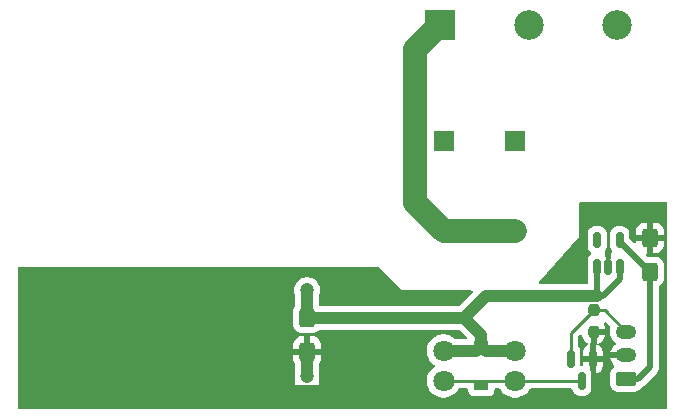
<source format=gbr>
%TF.GenerationSoftware,KiCad,Pcbnew,9.0.1*%
%TF.CreationDate,2025-04-26T14:19:40+02:00*%
%TF.ProjectId,pwr_sply,7077725f-7370-46c7-992e-6b696361645f,rev?*%
%TF.SameCoordinates,Original*%
%TF.FileFunction,Copper,L2,Bot*%
%TF.FilePolarity,Positive*%
%FSLAX46Y46*%
G04 Gerber Fmt 4.6, Leading zero omitted, Abs format (unit mm)*
G04 Created by KiCad (PCBNEW 9.0.1) date 2025-04-26 14:19:40*
%MOMM*%
%LPD*%
G01*
G04 APERTURE LIST*
G04 Aperture macros list*
%AMRoundRect*
0 Rectangle with rounded corners*
0 $1 Rounding radius*
0 $2 $3 $4 $5 $6 $7 $8 $9 X,Y pos of 4 corners*
0 Add a 4 corners polygon primitive as box body*
4,1,4,$2,$3,$4,$5,$6,$7,$8,$9,$2,$3,0*
0 Add four circle primitives for the rounded corners*
1,1,$1+$1,$2,$3*
1,1,$1+$1,$4,$5*
1,1,$1+$1,$6,$7*
1,1,$1+$1,$8,$9*
0 Add four rect primitives between the rounded corners*
20,1,$1+$1,$2,$3,$4,$5,0*
20,1,$1+$1,$4,$5,$6,$7,0*
20,1,$1+$1,$6,$7,$8,$9,0*
20,1,$1+$1,$8,$9,$2,$3,0*%
G04 Aperture macros list end*
%TA.AperFunction,ComponentPad*%
%ADD10R,1.800000X1.800000*%
%TD*%
%TA.AperFunction,ComponentPad*%
%ADD11C,1.800000*%
%TD*%
%TA.AperFunction,ComponentPad*%
%ADD12R,2.500000X2.500000*%
%TD*%
%TA.AperFunction,ComponentPad*%
%ADD13C,2.500000*%
%TD*%
%TA.AperFunction,ComponentPad*%
%ADD14RoundRect,0.250000X0.625000X-0.350000X0.625000X0.350000X-0.625000X0.350000X-0.625000X-0.350000X0*%
%TD*%
%TA.AperFunction,ComponentPad*%
%ADD15O,1.750000X1.200000*%
%TD*%
%TA.AperFunction,SMDPad,CuDef*%
%ADD16R,1.200000X0.900000*%
%TD*%
%TA.AperFunction,SMDPad,CuDef*%
%ADD17RoundRect,0.250000X0.425000X-0.537500X0.425000X0.537500X-0.425000X0.537500X-0.425000X-0.537500X0*%
%TD*%
%TA.AperFunction,SMDPad,CuDef*%
%ADD18RoundRect,0.150000X-0.150000X0.587500X-0.150000X-0.587500X0.150000X-0.587500X0.150000X0.587500X0*%
%TD*%
%TA.AperFunction,SMDPad,CuDef*%
%ADD19RoundRect,0.237500X-0.237500X0.250000X-0.237500X-0.250000X0.237500X-0.250000X0.237500X0.250000X0*%
%TD*%
%TA.AperFunction,SMDPad,CuDef*%
%ADD20RoundRect,0.150000X0.150000X-0.512500X0.150000X0.512500X-0.150000X0.512500X-0.150000X-0.512500X0*%
%TD*%
%TA.AperFunction,SMDPad,CuDef*%
%ADD21RoundRect,0.250000X-0.425000X0.537500X-0.425000X-0.537500X0.425000X-0.537500X0.425000X0.537500X0*%
%TD*%
%TA.AperFunction,ViaPad*%
%ADD22C,1.200000*%
%TD*%
%TA.AperFunction,Conductor*%
%ADD23C,1.000000*%
%TD*%
%TA.AperFunction,Conductor*%
%ADD24C,0.500000*%
%TD*%
%TA.AperFunction,Conductor*%
%ADD25C,2.000000*%
%TD*%
%TA.AperFunction,Conductor*%
%ADD26C,0.250000*%
%TD*%
G04 APERTURE END LIST*
D10*
%TO.P,S2,1,OUT1*%
%TO.N,LINE*%
X92100000Y-84840000D03*
D11*
%TO.P,S2,2,OUT2*%
%TO.N,/pwr_out*%
X92100000Y-92460000D03*
%TO.P,S2,3,IN+*%
%TO.N,VCC*%
X92100000Y-102620000D03*
%TO.P,S2,4,IN-*%
%TO.N,Net-(D1-A)*%
X92100000Y-105160000D03*
%TD*%
D10*
%TO.P,S1,1,OUT1*%
%TO.N,LINE*%
X86050000Y-84840000D03*
D11*
%TO.P,S1,2,OUT2*%
%TO.N,/pwr_out*%
X86050000Y-92460000D03*
%TO.P,S1,3,IN+*%
%TO.N,VCC*%
X86050000Y-102620000D03*
%TO.P,S1,4,IN-*%
%TO.N,Net-(D1-A)*%
X86050000Y-105160000D03*
%TD*%
D12*
%TO.P,J1,1,Pin_1*%
%TO.N,/pwr_out*%
X85750000Y-75000000D03*
D13*
%TO.P,J1,2,Pin_2*%
%TO.N,NEUT*%
X93250000Y-75000000D03*
%TO.P,J1,3,Pin_3*%
%TO.N,LINE*%
X100750000Y-75000000D03*
%TD*%
D14*
%TO.P,J2,1,Pin_1*%
%TO.N,+3.3V*%
X101500000Y-105000000D03*
D15*
%TO.P,J2,2,Pin_2*%
%TO.N,GND*%
X101500000Y-103000000D03*
%TO.P,J2,3,Pin_3*%
%TO.N,/pwr_en*%
X101500000Y-101000000D03*
%TD*%
D16*
%TO.P,D1,1,K*%
%TO.N,VCC*%
X89250000Y-102200000D03*
%TO.P,D1,2,A*%
%TO.N,Net-(D1-A)*%
X89250000Y-105500000D03*
%TD*%
D17*
%TO.P,C2,1*%
%TO.N,+3.3V*%
X103500000Y-95937500D03*
%TO.P,C2,2*%
%TO.N,GND*%
X103500000Y-93062500D03*
%TD*%
D18*
%TO.P,Q1,1,G*%
%TO.N,/pwr_en*%
X96800000Y-103312500D03*
%TO.P,Q1,2,S*%
%TO.N,GND*%
X98700000Y-103312500D03*
%TO.P,Q1,3,D*%
%TO.N,Net-(D1-A)*%
X97750000Y-105187500D03*
%TD*%
D19*
%TO.P,R1,1*%
%TO.N,/pwr_en*%
X98750000Y-99175000D03*
%TO.P,R1,2*%
%TO.N,GND*%
X98750000Y-101000000D03*
%TD*%
D20*
%TO.P,U1,1,IN*%
%TO.N,VCC*%
X100950000Y-95500000D03*
%TO.P,U1,2,GND*%
%TO.N,GND*%
X100000000Y-95500000D03*
%TO.P,U1,3,EN*%
%TO.N,VCC*%
X99050000Y-95500000D03*
%TO.P,U1,4,NC*%
%TO.N,unconnected-(U1-NC-Pad4)*%
X99050000Y-93225000D03*
%TO.P,U1,5,OUT*%
%TO.N,+3.3V*%
X100950000Y-93225000D03*
%TD*%
D21*
%TO.P,C1,1*%
%TO.N,VCC*%
X74500000Y-99812500D03*
%TO.P,C1,2*%
%TO.N,GND*%
X74500000Y-102687500D03*
%TD*%
D22*
%TO.N,VCC*%
X74500000Y-97500000D03*
%TO.N,GND*%
X74500000Y-104750000D03*
%TD*%
D23*
%TO.N,VCC*%
X86050000Y-102620000D02*
X88830000Y-102620000D01*
X89670000Y-102620000D02*
X89250000Y-102200000D01*
X89637500Y-97987500D02*
X87812500Y-99812500D01*
D24*
X99512500Y-97987500D02*
X99000000Y-97987500D01*
D23*
X74500000Y-99812500D02*
X87812500Y-99812500D01*
D24*
X100950000Y-96550000D02*
X99512500Y-97987500D01*
D23*
X89250000Y-101250000D02*
X89250000Y-102200000D01*
D24*
X99050000Y-95500000D02*
X99050000Y-97937500D01*
D23*
X92100000Y-102620000D02*
X89670000Y-102620000D01*
X99000000Y-97987500D02*
X89637500Y-97987500D01*
X88830000Y-102620000D02*
X89250000Y-102200000D01*
D24*
X99050000Y-97937500D02*
X99000000Y-97987500D01*
X100950000Y-95500000D02*
X100950000Y-96550000D01*
D23*
X87812500Y-99812500D02*
X89250000Y-101250000D01*
X74500000Y-99812500D02*
X74500000Y-97500000D01*
%TO.N,GND*%
X74500000Y-104750000D02*
X74500000Y-102687500D01*
D24*
%TO.N,+3.3V*%
X103500000Y-104000000D02*
X103500000Y-95937500D01*
X102500000Y-105000000D02*
X101500000Y-105000000D01*
X100950000Y-93387500D02*
X103500000Y-95937500D01*
X103500000Y-104000000D02*
X102500000Y-105000000D01*
X100950000Y-93225000D02*
X100950000Y-93387500D01*
D25*
%TO.N,/pwr_out*%
X83650000Y-77100000D02*
X83650000Y-90060000D01*
X83650000Y-90060000D02*
X86050000Y-92460000D01*
X85750000Y-75000000D02*
X83650000Y-77100000D01*
X86050000Y-92460000D02*
X92100000Y-92460000D01*
D26*
%TO.N,/pwr_en*%
X96800000Y-101125000D02*
X96800000Y-103312500D01*
X98750000Y-99175000D02*
X96800000Y-101125000D01*
X101500000Y-101000000D02*
X99675000Y-99175000D01*
X99675000Y-99175000D02*
X98750000Y-99175000D01*
%TO.N,Net-(D1-A)*%
X97722500Y-105160000D02*
X92100000Y-105160000D01*
X92100000Y-105160000D02*
X89590000Y-105160000D01*
X88910000Y-105160000D02*
X89250000Y-105500000D01*
X97750000Y-105187500D02*
X97722500Y-105160000D01*
X89590000Y-105160000D02*
X89250000Y-105500000D01*
X86050000Y-105160000D02*
X88910000Y-105160000D01*
%TD*%
%TA.AperFunction,Conductor*%
%TO.N,GND*%
G36*
X104941621Y-90020502D02*
G01*
X104988114Y-90074158D01*
X104999500Y-90126500D01*
X104999500Y-107374000D01*
X104979498Y-107442121D01*
X104925842Y-107488614D01*
X104873500Y-107500000D01*
X50126500Y-107500000D01*
X50058379Y-107479998D01*
X50011886Y-107426342D01*
X50000500Y-107374000D01*
X50000500Y-103275516D01*
X73317000Y-103275516D01*
X73327605Y-103379318D01*
X73327606Y-103379321D01*
X73383342Y-103547525D01*
X73480218Y-103704585D01*
X73477760Y-103706100D01*
X73499394Y-103759679D01*
X73500000Y-103772025D01*
X73500000Y-105500000D01*
X75500000Y-105500000D01*
X75500000Y-103772025D01*
X75519798Y-103704595D01*
X75519782Y-103704585D01*
X75519820Y-103704522D01*
X75520002Y-103703904D01*
X75521466Y-103701853D01*
X75616657Y-103547525D01*
X75672393Y-103379321D01*
X75672394Y-103379318D01*
X75682999Y-103275516D01*
X75683000Y-103275516D01*
X75683000Y-102941500D01*
X73317000Y-102941500D01*
X73317000Y-103275516D01*
X50000500Y-103275516D01*
X50000500Y-102099483D01*
X73317000Y-102099483D01*
X73317000Y-102433500D01*
X74246000Y-102433500D01*
X74754000Y-102433500D01*
X75683000Y-102433500D01*
X75683000Y-102099483D01*
X75672394Y-101995681D01*
X75672393Y-101995678D01*
X75616657Y-101827474D01*
X75523634Y-101676660D01*
X75523629Y-101676654D01*
X75398345Y-101551370D01*
X75398339Y-101551365D01*
X75247525Y-101458342D01*
X75079321Y-101402606D01*
X75079318Y-101402605D01*
X74975516Y-101392000D01*
X74754000Y-101392000D01*
X74754000Y-102433500D01*
X74246000Y-102433500D01*
X74246000Y-101392000D01*
X74024483Y-101392000D01*
X73920681Y-101402605D01*
X73920678Y-101402606D01*
X73752474Y-101458342D01*
X73601660Y-101551365D01*
X73601654Y-101551370D01*
X73476370Y-101676654D01*
X73476365Y-101676660D01*
X73383342Y-101827474D01*
X73327606Y-101995678D01*
X73327605Y-101995681D01*
X73317000Y-102099483D01*
X50000500Y-102099483D01*
X50000500Y-95626000D01*
X50020502Y-95557879D01*
X50074158Y-95511386D01*
X50126500Y-95500000D01*
X80447810Y-95500000D01*
X80515931Y-95520002D01*
X80536905Y-95536905D01*
X82499998Y-97499999D01*
X82500000Y-97500000D01*
X88394575Y-97500000D01*
X88462696Y-97520002D01*
X88509189Y-97573658D01*
X88519293Y-97643932D01*
X88489799Y-97708512D01*
X88483670Y-97715095D01*
X87431671Y-98767095D01*
X87369359Y-98801120D01*
X87342576Y-98804000D01*
X75634500Y-98804000D01*
X75566379Y-98783998D01*
X75519886Y-98730342D01*
X75508500Y-98678000D01*
X75508500Y-97992638D01*
X75522235Y-97935432D01*
X75527288Y-97925516D01*
X75581205Y-97759574D01*
X75608500Y-97587241D01*
X75608500Y-97412759D01*
X75581205Y-97240426D01*
X75527288Y-97074484D01*
X75448074Y-96919019D01*
X75345517Y-96777861D01*
X75345514Y-96777858D01*
X75345512Y-96777855D01*
X75222144Y-96654487D01*
X75222141Y-96654485D01*
X75222139Y-96654483D01*
X75080981Y-96551926D01*
X74925516Y-96472712D01*
X74925513Y-96472711D01*
X74925511Y-96472710D01*
X74759577Y-96418796D01*
X74759574Y-96418795D01*
X74587241Y-96391500D01*
X74412759Y-96391500D01*
X74240426Y-96418795D01*
X74240423Y-96418795D01*
X74240422Y-96418796D01*
X74074488Y-96472710D01*
X74074482Y-96472713D01*
X73919015Y-96551928D01*
X73777858Y-96654485D01*
X73777855Y-96654487D01*
X73654487Y-96777855D01*
X73654485Y-96777858D01*
X73551928Y-96919015D01*
X73472713Y-97074482D01*
X73472710Y-97074488D01*
X73430583Y-97204146D01*
X73418795Y-97240426D01*
X73391500Y-97412759D01*
X73391500Y-97587241D01*
X73418795Y-97759574D01*
X73418796Y-97759577D01*
X73472710Y-97925511D01*
X73472714Y-97925520D01*
X73477765Y-97935432D01*
X73491500Y-97992638D01*
X73491500Y-98740436D01*
X73472741Y-98806583D01*
X73382885Y-98952262D01*
X73327113Y-99120572D01*
X73327112Y-99120579D01*
X73316500Y-99224446D01*
X73316500Y-100400544D01*
X73327112Y-100504425D01*
X73382885Y-100672738D01*
X73475970Y-100823652D01*
X73475975Y-100823658D01*
X73601341Y-100949024D01*
X73601347Y-100949029D01*
X73601348Y-100949030D01*
X73752262Y-101042115D01*
X73920574Y-101097887D01*
X74024455Y-101108500D01*
X74975544Y-101108499D01*
X75079426Y-101097887D01*
X75247738Y-101042115D01*
X75398652Y-100949030D01*
X75434923Y-100912759D01*
X75489778Y-100857905D01*
X75552090Y-100823879D01*
X75578873Y-100821000D01*
X87342576Y-100821000D01*
X87410697Y-100841002D01*
X87431671Y-100857905D01*
X87970171Y-101396405D01*
X88004197Y-101458717D01*
X87999132Y-101529532D01*
X87956585Y-101586368D01*
X87890065Y-101611179D01*
X87881076Y-101611500D01*
X87085610Y-101611500D01*
X87017489Y-101591498D01*
X86996515Y-101574595D01*
X86967578Y-101545658D01*
X86788218Y-101415345D01*
X86788217Y-101415344D01*
X86788215Y-101415343D01*
X86590676Y-101314692D01*
X86590673Y-101314691D01*
X86590671Y-101314690D01*
X86379829Y-101246183D01*
X86379825Y-101246182D01*
X86379824Y-101246182D01*
X86160851Y-101211500D01*
X85939149Y-101211500D01*
X85720176Y-101246182D01*
X85720170Y-101246183D01*
X85509328Y-101314690D01*
X85509322Y-101314693D01*
X85311781Y-101415345D01*
X85132421Y-101545658D01*
X84975658Y-101702421D01*
X84845345Y-101881781D01*
X84744693Y-102079322D01*
X84744690Y-102079328D01*
X84676183Y-102290170D01*
X84676182Y-102290175D01*
X84676182Y-102290176D01*
X84641500Y-102509149D01*
X84641500Y-102730851D01*
X84655566Y-102819658D01*
X84676183Y-102949829D01*
X84744690Y-103160671D01*
X84744692Y-103160676D01*
X84840874Y-103349444D01*
X84845345Y-103358218D01*
X84975658Y-103537578D01*
X85132421Y-103694341D01*
X85261419Y-103788064D01*
X85304773Y-103844287D01*
X85310848Y-103915023D01*
X85277716Y-103977815D01*
X85261419Y-103991936D01*
X85132421Y-104085658D01*
X84975658Y-104242421D01*
X84845345Y-104421781D01*
X84744693Y-104619322D01*
X84744690Y-104619328D01*
X84676183Y-104830170D01*
X84676182Y-104830175D01*
X84676182Y-104830176D01*
X84641500Y-105049149D01*
X84641500Y-105270851D01*
X84676182Y-105489824D01*
X84676183Y-105489829D01*
X84708460Y-105589166D01*
X84744692Y-105700676D01*
X84838277Y-105884347D01*
X84845345Y-105898218D01*
X84975658Y-106077578D01*
X85132421Y-106234341D01*
X85132424Y-106234343D01*
X85311785Y-106364657D01*
X85509324Y-106465308D01*
X85720176Y-106533818D01*
X85939149Y-106568500D01*
X85939152Y-106568500D01*
X86160848Y-106568500D01*
X86160851Y-106568500D01*
X86379824Y-106533818D01*
X86590676Y-106465308D01*
X86788215Y-106364657D01*
X86967576Y-106234343D01*
X87124343Y-106077576D01*
X87254657Y-105898215D01*
X87268306Y-105871425D01*
X87272959Y-105862296D01*
X87321707Y-105810681D01*
X87385225Y-105793500D01*
X88015500Y-105793500D01*
X88083621Y-105813502D01*
X88130114Y-105867158D01*
X88141500Y-105919500D01*
X88141500Y-105998649D01*
X88148009Y-106059196D01*
X88148011Y-106059204D01*
X88199110Y-106196202D01*
X88199112Y-106196207D01*
X88286738Y-106313261D01*
X88403792Y-106400887D01*
X88403794Y-106400888D01*
X88403796Y-106400889D01*
X88462875Y-106422924D01*
X88540795Y-106451988D01*
X88540803Y-106451990D01*
X88601350Y-106458499D01*
X88601355Y-106458499D01*
X88601362Y-106458500D01*
X88601368Y-106458500D01*
X89898632Y-106458500D01*
X89898638Y-106458500D01*
X89898645Y-106458499D01*
X89898649Y-106458499D01*
X89959196Y-106451990D01*
X89959199Y-106451989D01*
X89959201Y-106451989D01*
X90096204Y-106400889D01*
X90118572Y-106384145D01*
X90213261Y-106313261D01*
X90300887Y-106196207D01*
X90300887Y-106196206D01*
X90300889Y-106196204D01*
X90351989Y-106059201D01*
X90354204Y-106038605D01*
X90358499Y-105998649D01*
X90358500Y-105998632D01*
X90358500Y-105919500D01*
X90378502Y-105851379D01*
X90432158Y-105804886D01*
X90484500Y-105793500D01*
X90764775Y-105793500D01*
X90832896Y-105813502D01*
X90877041Y-105862296D01*
X90895343Y-105898215D01*
X91025658Y-106077578D01*
X91182421Y-106234341D01*
X91182424Y-106234343D01*
X91361785Y-106364657D01*
X91559324Y-106465308D01*
X91770176Y-106533818D01*
X91989149Y-106568500D01*
X91989152Y-106568500D01*
X92210848Y-106568500D01*
X92210851Y-106568500D01*
X92429824Y-106533818D01*
X92640676Y-106465308D01*
X92838215Y-106364657D01*
X93017576Y-106234343D01*
X93174343Y-106077576D01*
X93304657Y-105898215D01*
X93318306Y-105871425D01*
X93322959Y-105862296D01*
X93371707Y-105810681D01*
X93435225Y-105793500D01*
X96825044Y-105793500D01*
X96893165Y-105813502D01*
X96939658Y-105867158D01*
X96946038Y-105884341D01*
X96979243Y-105998632D01*
X96990856Y-106038605D01*
X97075544Y-106181803D01*
X97075549Y-106181810D01*
X97193189Y-106299450D01*
X97193196Y-106299455D01*
X97336394Y-106384143D01*
X97336397Y-106384143D01*
X97336399Y-106384145D01*
X97496169Y-106430562D01*
X97533488Y-106433499D01*
X97533489Y-106433500D01*
X97533498Y-106433500D01*
X97966511Y-106433500D01*
X97966511Y-106433499D01*
X98003831Y-106430562D01*
X98163601Y-106384145D01*
X98163603Y-106384143D01*
X98163605Y-106384143D01*
X98283459Y-106313261D01*
X98306807Y-106299453D01*
X98424453Y-106181807D01*
X98486095Y-106077576D01*
X98509143Y-106038605D01*
X98509143Y-106038603D01*
X98509145Y-106038601D01*
X98555562Y-105878831D01*
X98558499Y-105841511D01*
X98558500Y-105841511D01*
X98558500Y-104554991D01*
X98954000Y-104554991D01*
X99113399Y-104508681D01*
X99256502Y-104424051D01*
X99374050Y-104306503D01*
X99374051Y-104306501D01*
X99458681Y-104163401D01*
X99505065Y-104003749D01*
X99508000Y-103966456D01*
X99508000Y-103566500D01*
X98954000Y-103566500D01*
X98954000Y-104554991D01*
X98558500Y-104554991D01*
X98558500Y-104533489D01*
X98558499Y-104533488D01*
X98555562Y-104496171D01*
X98555562Y-104496170D01*
X98555562Y-104496169D01*
X98509145Y-104336399D01*
X98509143Y-104336395D01*
X98463546Y-104259293D01*
X98446000Y-104195155D01*
X98446000Y-103566500D01*
X97892001Y-103566500D01*
X97892001Y-103815500D01*
X97889409Y-103824325D01*
X97890719Y-103833432D01*
X97879563Y-103857857D01*
X97871999Y-103883621D01*
X97865045Y-103889645D01*
X97861225Y-103898012D01*
X97838639Y-103912526D01*
X97818343Y-103930114D01*
X97807656Y-103932438D01*
X97801499Y-103936396D01*
X97766001Y-103941500D01*
X97734500Y-103941500D01*
X97666379Y-103921498D01*
X97619886Y-103867842D01*
X97608500Y-103815500D01*
X97608500Y-102658489D01*
X97608499Y-102658488D01*
X97605863Y-102625000D01*
X97605562Y-102621169D01*
X97559145Y-102461399D01*
X97559143Y-102461397D01*
X97559143Y-102461394D01*
X97474455Y-102318196D01*
X97474450Y-102318189D01*
X97470405Y-102314144D01*
X97436379Y-102251832D01*
X97433500Y-102225049D01*
X97433500Y-101439594D01*
X97442283Y-101409678D01*
X97448912Y-101379209D01*
X97452726Y-101374112D01*
X97453502Y-101371473D01*
X97470399Y-101350503D01*
X97556727Y-101264176D01*
X97619035Y-101230154D01*
X97689851Y-101235218D01*
X97746687Y-101277764D01*
X97771166Y-101340466D01*
X97777430Y-101401773D01*
X97777431Y-101401776D01*
X97832248Y-101567207D01*
X97923737Y-101715533D01*
X97923742Y-101715539D01*
X98046960Y-101838757D01*
X98046966Y-101838762D01*
X98195297Y-101930253D01*
X98201945Y-101933354D01*
X98201071Y-101935226D01*
X98250965Y-101969767D01*
X98278224Y-102035322D01*
X98265715Y-102105208D01*
X98217408Y-102157236D01*
X98217105Y-102157416D01*
X98143500Y-102200946D01*
X98143496Y-102200949D01*
X98025949Y-102318496D01*
X98025948Y-102318498D01*
X97941318Y-102461598D01*
X97894934Y-102621250D01*
X97892000Y-102658543D01*
X97892000Y-103058500D01*
X98446000Y-103058500D01*
X98446000Y-102127499D01*
X98954000Y-102127499D01*
X98954000Y-103058500D01*
X99507999Y-103058500D01*
X99507999Y-102658543D01*
X99505065Y-102621249D01*
X99458681Y-102461599D01*
X99374051Y-102318498D01*
X99374050Y-102318496D01*
X99256503Y-102200949D01*
X99256499Y-102200946D01*
X99218804Y-102178653D01*
X99170352Y-102126760D01*
X99157647Y-102056909D01*
X99184723Y-101991279D01*
X99242983Y-101950705D01*
X99243312Y-101950595D01*
X99304706Y-101930251D01*
X99453033Y-101838762D01*
X99453039Y-101838757D01*
X99576257Y-101715539D01*
X99576262Y-101715533D01*
X99667751Y-101567207D01*
X99722568Y-101401776D01*
X99722569Y-101401773D01*
X99732999Y-101299684D01*
X99733000Y-101299684D01*
X99733000Y-101254000D01*
X99004000Y-101254000D01*
X99004000Y-102025309D01*
X98983998Y-102093430D01*
X98967095Y-102114404D01*
X98954000Y-102127499D01*
X98446000Y-102127499D01*
X98446000Y-102037191D01*
X98466002Y-101969070D01*
X98482905Y-101948096D01*
X98496000Y-101935001D01*
X98496000Y-101126000D01*
X98516002Y-101057879D01*
X98569658Y-101011386D01*
X98622000Y-101000000D01*
X98750000Y-101000000D01*
X98750000Y-100872000D01*
X98770002Y-100803879D01*
X98823658Y-100757386D01*
X98876000Y-100746000D01*
X99733000Y-100746000D01*
X99733000Y-100700315D01*
X99722569Y-100598226D01*
X99722568Y-100598223D01*
X99667750Y-100432791D01*
X99639489Y-100386973D01*
X99620751Y-100318494D01*
X99642010Y-100250755D01*
X99696516Y-100205263D01*
X99766965Y-100196461D01*
X99830989Y-100227143D01*
X99835824Y-100231729D01*
X100138422Y-100534326D01*
X100172447Y-100596639D01*
X100169160Y-100662357D01*
X100143796Y-100740420D01*
X100143795Y-100740425D01*
X100143795Y-100740426D01*
X100116500Y-100912759D01*
X100116500Y-101087241D01*
X100143795Y-101259574D01*
X100143796Y-101259577D01*
X100194406Y-101415343D01*
X100197712Y-101425516D01*
X100276926Y-101580981D01*
X100379483Y-101722139D01*
X100379485Y-101722141D01*
X100379487Y-101722144D01*
X100502855Y-101845512D01*
X100502858Y-101845514D01*
X100502861Y-101845517D01*
X100552774Y-101881781D01*
X100575611Y-101898373D01*
X100618965Y-101954595D01*
X100625040Y-102025332D01*
X100591908Y-102088123D01*
X100575612Y-102102244D01*
X100503186Y-102154864D01*
X100379869Y-102278181D01*
X100379867Y-102278184D01*
X100277356Y-102419278D01*
X100198177Y-102574674D01*
X100198174Y-102574680D01*
X100144285Y-102740534D01*
X100143420Y-102746000D01*
X101223670Y-102746000D01*
X101199925Y-102769745D01*
X101150556Y-102855255D01*
X101125000Y-102950630D01*
X101125000Y-103049370D01*
X101150556Y-103144745D01*
X101199925Y-103230255D01*
X101223670Y-103254000D01*
X100143420Y-103254000D01*
X100144285Y-103259465D01*
X100198174Y-103425319D01*
X100198177Y-103425325D01*
X100277356Y-103580721D01*
X100379867Y-103721815D01*
X100379869Y-103721818D01*
X100478965Y-103820914D01*
X100512991Y-103883226D01*
X100507926Y-103954041D01*
X100465379Y-104010877D01*
X100456017Y-104017250D01*
X100401347Y-104050970D01*
X100401341Y-104050975D01*
X100275975Y-104176341D01*
X100275970Y-104176347D01*
X100182885Y-104327262D01*
X100127113Y-104495572D01*
X100127112Y-104495579D01*
X100116500Y-104599446D01*
X100116500Y-105400544D01*
X100127112Y-105504425D01*
X100182885Y-105672738D01*
X100275970Y-105823652D01*
X100275975Y-105823658D01*
X100401341Y-105949024D01*
X100401347Y-105949029D01*
X100401348Y-105949030D01*
X100552262Y-106042115D01*
X100720574Y-106097887D01*
X100824455Y-106108500D01*
X102175544Y-106108499D01*
X102279426Y-106097887D01*
X102447738Y-106042115D01*
X102598652Y-105949030D01*
X102724030Y-105823652D01*
X102781725Y-105730112D01*
X102834509Y-105682635D01*
X102840724Y-105679861D01*
X102859284Y-105672174D01*
X102983515Y-105589166D01*
X104089166Y-104483515D01*
X104172174Y-104359284D01*
X104229351Y-104221246D01*
X104246962Y-104132712D01*
X104258500Y-104074706D01*
X104258500Y-97230799D01*
X104278502Y-97162678D01*
X104318354Y-97123558D01*
X104323016Y-97120681D01*
X104398652Y-97074030D01*
X104524030Y-96948652D01*
X104617115Y-96797738D01*
X104672887Y-96629426D01*
X104683500Y-96525545D01*
X104683499Y-95349456D01*
X104675247Y-95268681D01*
X104672887Y-95245574D01*
X104617115Y-95077262D01*
X104524030Y-94926348D01*
X104524029Y-94926347D01*
X104524024Y-94926341D01*
X104398658Y-94800975D01*
X104398652Y-94800970D01*
X104247738Y-94707885D01*
X104163582Y-94679999D01*
X104079427Y-94652113D01*
X104079420Y-94652112D01*
X103975553Y-94641500D01*
X103975545Y-94641500D01*
X103328871Y-94641500D01*
X103298955Y-94632716D01*
X103268486Y-94626088D01*
X103263390Y-94622273D01*
X103260750Y-94621498D01*
X103239776Y-94604595D01*
X103208276Y-94573095D01*
X103174250Y-94510783D01*
X103179315Y-94439968D01*
X103211356Y-94397165D01*
X103209096Y-94394905D01*
X103246000Y-94358001D01*
X103246000Y-94358000D01*
X103754000Y-94358000D01*
X103975517Y-94358000D01*
X103975516Y-94357999D01*
X104079318Y-94347394D01*
X104079321Y-94347393D01*
X104247525Y-94291657D01*
X104398339Y-94198634D01*
X104398345Y-94198629D01*
X104523629Y-94073345D01*
X104523634Y-94073339D01*
X104616657Y-93922525D01*
X104672393Y-93754321D01*
X104672394Y-93754318D01*
X104682999Y-93650516D01*
X104683000Y-93650516D01*
X104683000Y-93316500D01*
X103754000Y-93316500D01*
X103754000Y-94358000D01*
X103246000Y-94358000D01*
X103246000Y-93316500D01*
X102317000Y-93316500D01*
X102317000Y-93377629D01*
X102296998Y-93445750D01*
X102243342Y-93492243D01*
X102173068Y-93502347D01*
X102108488Y-93472853D01*
X102101905Y-93466724D01*
X101795405Y-93160224D01*
X101761379Y-93097912D01*
X101758500Y-93071129D01*
X101758500Y-92645989D01*
X101758499Y-92645988D01*
X101755562Y-92608671D01*
X101755561Y-92608667D01*
X101746861Y-92578722D01*
X101716578Y-92474483D01*
X102317000Y-92474483D01*
X102317000Y-92808500D01*
X103246000Y-92808500D01*
X103754000Y-92808500D01*
X104683000Y-92808500D01*
X104683000Y-92474483D01*
X104672394Y-92370681D01*
X104672393Y-92370678D01*
X104616657Y-92202474D01*
X104523634Y-92051660D01*
X104523629Y-92051654D01*
X104398345Y-91926370D01*
X104398339Y-91926365D01*
X104247525Y-91833342D01*
X104079321Y-91777606D01*
X104079318Y-91777605D01*
X103975516Y-91767000D01*
X103754000Y-91767000D01*
X103754000Y-92808500D01*
X103246000Y-92808500D01*
X103246000Y-91767000D01*
X103024483Y-91767000D01*
X102920681Y-91777605D01*
X102920678Y-91777606D01*
X102752474Y-91833342D01*
X102601660Y-91926365D01*
X102601654Y-91926370D01*
X102476370Y-92051654D01*
X102476365Y-92051660D01*
X102383342Y-92202474D01*
X102327606Y-92370678D01*
X102327605Y-92370681D01*
X102317000Y-92474483D01*
X101716578Y-92474483D01*
X101709145Y-92448899D01*
X101709143Y-92448897D01*
X101709143Y-92448894D01*
X101624455Y-92305696D01*
X101624450Y-92305689D01*
X101506810Y-92188049D01*
X101506803Y-92188044D01*
X101363605Y-92103356D01*
X101203829Y-92056937D01*
X101166511Y-92054000D01*
X101166502Y-92054000D01*
X100733498Y-92054000D01*
X100733489Y-92054000D01*
X100696171Y-92056937D01*
X100696170Y-92056937D01*
X100536394Y-92103356D01*
X100393196Y-92188044D01*
X100393189Y-92188049D01*
X100275549Y-92305689D01*
X100275544Y-92305696D01*
X100190856Y-92448894D01*
X100144437Y-92608670D01*
X100144437Y-92608671D01*
X100141500Y-92645988D01*
X100141500Y-93804011D01*
X100144437Y-93841328D01*
X100144437Y-93841329D01*
X100190856Y-94001105D01*
X100275544Y-94144303D01*
X100280405Y-94150570D01*
X100277984Y-94152447D01*
X100305151Y-94202198D01*
X100300086Y-94273013D01*
X100257683Y-94329741D01*
X100254000Y-94332506D01*
X100254000Y-94582655D01*
X100236454Y-94646793D01*
X100190856Y-94723895D01*
X100144437Y-94883670D01*
X100144437Y-94883671D01*
X100141500Y-94920988D01*
X100141500Y-95374000D01*
X100138908Y-95382825D01*
X100140218Y-95391932D01*
X100129062Y-95416357D01*
X100121498Y-95442121D01*
X100114544Y-95448145D01*
X100110724Y-95456512D01*
X100088138Y-95471026D01*
X100067842Y-95488614D01*
X100057155Y-95490938D01*
X100050998Y-95494896D01*
X100015500Y-95500000D01*
X99984500Y-95500000D01*
X99916379Y-95479998D01*
X99869886Y-95426342D01*
X99858500Y-95374000D01*
X99858500Y-94920989D01*
X99858499Y-94920988D01*
X99855562Y-94883671D01*
X99855562Y-94883670D01*
X99831537Y-94800975D01*
X99809145Y-94723899D01*
X99809142Y-94723894D01*
X99763546Y-94646793D01*
X99746000Y-94582655D01*
X99746000Y-94332507D01*
X99742317Y-94329742D01*
X99699851Y-94272846D01*
X99694887Y-94202023D01*
X99722015Y-94152447D01*
X99719595Y-94150570D01*
X99724450Y-94144310D01*
X99724453Y-94144307D01*
X99809145Y-94001101D01*
X99855562Y-93841331D01*
X99858499Y-93804011D01*
X99858500Y-93804011D01*
X99858500Y-92645989D01*
X99858499Y-92645988D01*
X99855562Y-92608671D01*
X99855562Y-92608670D01*
X99855561Y-92608667D01*
X99809145Y-92448899D01*
X99809143Y-92448897D01*
X99809143Y-92448894D01*
X99724455Y-92305696D01*
X99724450Y-92305689D01*
X99606810Y-92188049D01*
X99606803Y-92188044D01*
X99463605Y-92103356D01*
X99303829Y-92056937D01*
X99266511Y-92054000D01*
X99266502Y-92054000D01*
X98833498Y-92054000D01*
X98833489Y-92054000D01*
X98796171Y-92056937D01*
X98796170Y-92056937D01*
X98636394Y-92103356D01*
X98493196Y-92188044D01*
X98493189Y-92188049D01*
X98375549Y-92305689D01*
X98375544Y-92305696D01*
X98290856Y-92448894D01*
X98244437Y-92608670D01*
X98244437Y-92608671D01*
X98241500Y-92645988D01*
X98241500Y-93804011D01*
X98244437Y-93841328D01*
X98244437Y-93841329D01*
X98290856Y-94001105D01*
X98375544Y-94144303D01*
X98375549Y-94144310D01*
X98493193Y-94261954D01*
X98494469Y-94262944D01*
X98495212Y-94263973D01*
X98498798Y-94267559D01*
X98498219Y-94268137D01*
X98536034Y-94320502D01*
X98539881Y-94391394D01*
X98504791Y-94453113D01*
X98494469Y-94462056D01*
X98493193Y-94463045D01*
X98375549Y-94580689D01*
X98375544Y-94580696D01*
X98290856Y-94723894D01*
X98244437Y-94883670D01*
X98244437Y-94883671D01*
X98241500Y-94920988D01*
X98241500Y-96079011D01*
X98244437Y-96116328D01*
X98244437Y-96116329D01*
X98286497Y-96261099D01*
X98291500Y-96296252D01*
X98291500Y-96853000D01*
X98271498Y-96921121D01*
X98217842Y-96967614D01*
X98165500Y-96979000D01*
X94243694Y-96979000D01*
X94175573Y-96958998D01*
X94129080Y-96905342D01*
X94118976Y-96835068D01*
X94148470Y-96770488D01*
X94149520Y-96769290D01*
X97500000Y-93000000D01*
X97500000Y-90126500D01*
X97520002Y-90058379D01*
X97573658Y-90011886D01*
X97626000Y-90000500D01*
X104873500Y-90000500D01*
X104941621Y-90020502D01*
G37*
%TD.AperFunction*%
%TD*%
M02*

</source>
